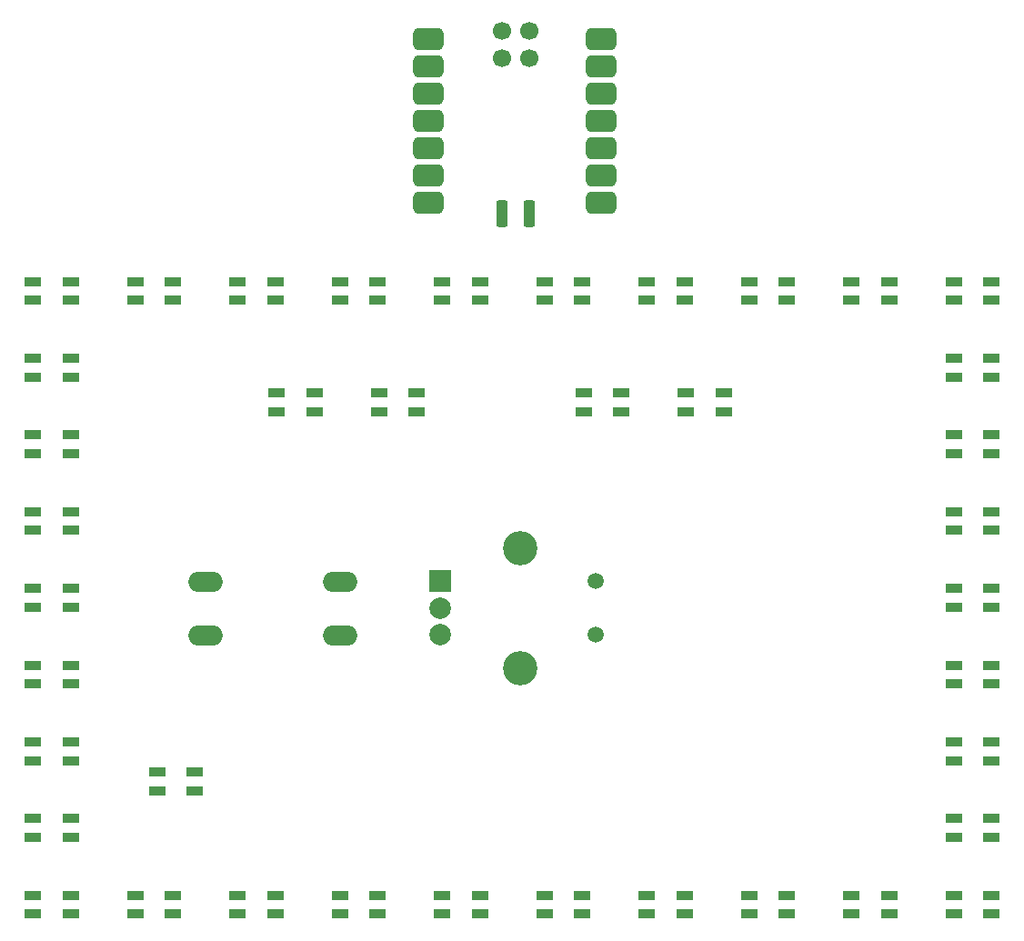
<source format=gbr>
%TF.GenerationSoftware,KiCad,Pcbnew,9.0.0*%
%TF.CreationDate,2025-04-05T15:43:17+05:30*%
%TF.ProjectId,PixelDoro,50697865-6c44-46f7-926f-2e6b69636164,rev?*%
%TF.SameCoordinates,Original*%
%TF.FileFunction,Soldermask,Top*%
%TF.FilePolarity,Negative*%
%FSLAX46Y46*%
G04 Gerber Fmt 4.6, Leading zero omitted, Abs format (unit mm)*
G04 Created by KiCad (PCBNEW 9.0.0) date 2025-04-05 15:43:17*
%MOMM*%
%LPD*%
G01*
G04 APERTURE LIST*
G04 Aperture macros list*
%AMRoundRect*
0 Rectangle with rounded corners*
0 $1 Rounding radius*
0 $2 $3 $4 $5 $6 $7 $8 $9 X,Y pos of 4 corners*
0 Add a 4 corners polygon primitive as box body*
4,1,4,$2,$3,$4,$5,$6,$7,$8,$9,$2,$3,0*
0 Add four circle primitives for the rounded corners*
1,1,$1+$1,$2,$3*
1,1,$1+$1,$4,$5*
1,1,$1+$1,$6,$7*
1,1,$1+$1,$8,$9*
0 Add four rect primitives between the rounded corners*
20,1,$1+$1,$2,$3,$4,$5,0*
20,1,$1+$1,$4,$5,$6,$7,0*
20,1,$1+$1,$6,$7,$8,$9,0*
20,1,$1+$1,$8,$9,$2,$3,0*%
G04 Aperture macros list end*
%ADD10R,1.600000X0.850000*%
%ADD11O,3.200000X1.900000*%
%ADD12RoundRect,0.525400X-0.900400X-0.525400X0.900400X-0.525400X0.900400X0.525400X-0.900400X0.525400X0*%
%ADD13RoundRect,0.275000X-0.275000X0.975000X-0.275000X-0.975000X0.275000X-0.975000X0.275000X0.975000X0*%
%ADD14C,1.700000*%
%ADD15C,1.500000*%
%ADD16R,2.000000X2.000000*%
%ADD17C,2.000000*%
%ADD18C,3.200000*%
G04 APERTURE END LIST*
D10*
%TO.C,D12*%
X188118750Y-79212500D03*
X188118750Y-80962500D03*
X191618750Y-80962500D03*
X191618750Y-79212500D03*
%TD*%
%TO.C,D19*%
X169068750Y-114931250D03*
X169068750Y-116681250D03*
X172568750Y-116681250D03*
X172568750Y-114931250D03*
%TD*%
%TO.C,D2*%
X121443750Y-57781250D03*
X121443750Y-59531250D03*
X124943750Y-59531250D03*
X124943750Y-57781250D03*
%TD*%
%TO.C,D14*%
X188118750Y-93500000D03*
X188118750Y-95250000D03*
X191618750Y-95250000D03*
X191618750Y-93500000D03*
%TD*%
%TO.C,D1*%
X111918750Y-57781250D03*
X111918750Y-59531250D03*
X115418750Y-59531250D03*
X115418750Y-57781250D03*
%TD*%
%TO.C,D15*%
X188118750Y-100643750D03*
X188118750Y-102393750D03*
X191618750Y-102393750D03*
X191618750Y-100643750D03*
%TD*%
%TO.C,D25*%
X111918750Y-114931250D03*
X111918750Y-116681250D03*
X115418750Y-116681250D03*
X115418750Y-114931250D03*
%TD*%
%TO.C,D11*%
X188118750Y-72068750D03*
X188118750Y-73818750D03*
X191618750Y-73818750D03*
X191618750Y-72068750D03*
%TD*%
%TO.C,D24*%
X121443750Y-114931250D03*
X121443750Y-116681250D03*
X124943750Y-116681250D03*
X124943750Y-114931250D03*
%TD*%
%TO.C,D34*%
X102393750Y-57781250D03*
X102393750Y-59531250D03*
X105893750Y-59531250D03*
X105893750Y-57781250D03*
%TD*%
%TO.C,D22*%
X140493750Y-114931250D03*
X140493750Y-116681250D03*
X143993750Y-116681250D03*
X143993750Y-114931250D03*
%TD*%
D11*
%TO.C,SW2*%
X118468750Y-85725000D03*
X130968750Y-85725000D03*
X118468750Y-90725000D03*
X130968750Y-90725000D03*
%TD*%
D10*
%TO.C,D13*%
X188118750Y-86356250D03*
X188118750Y-88106250D03*
X191618750Y-88106250D03*
X191618750Y-86356250D03*
%TD*%
%TO.C,D38*%
X163187500Y-68181250D03*
X163187500Y-69931250D03*
X166687500Y-69931250D03*
X166687500Y-68181250D03*
%TD*%
%TO.C,D32*%
X102393750Y-72068750D03*
X102393750Y-73818750D03*
X105893750Y-73818750D03*
X105893750Y-72068750D03*
%TD*%
%TO.C,D27*%
X102393750Y-107787500D03*
X102393750Y-109537500D03*
X105893750Y-109537500D03*
X105893750Y-107787500D03*
%TD*%
%TO.C,D5*%
X150018750Y-57781250D03*
X150018750Y-59531250D03*
X153518750Y-59531250D03*
X153518750Y-57781250D03*
%TD*%
%TO.C,D10*%
X188118750Y-64925000D03*
X188118750Y-66675000D03*
X191618750Y-66675000D03*
X191618750Y-64925000D03*
%TD*%
D12*
%TO.C,U1*%
X139161250Y-35242500D03*
X139161250Y-37782500D03*
X139161250Y-40322500D03*
X139161250Y-42862500D03*
X139161250Y-45402500D03*
X139161250Y-47942500D03*
X139161250Y-50482500D03*
X155326250Y-50482500D03*
X155326250Y-47942500D03*
X155326250Y-45402500D03*
X155326250Y-42862500D03*
X155326250Y-40322500D03*
X155326250Y-37782500D03*
X155326250Y-35242500D03*
D13*
X146073250Y-51502500D03*
X148613250Y-51502500D03*
D14*
X146073250Y-34484500D03*
X148613250Y-34484500D03*
X146073250Y-37024500D03*
X148613250Y-37024500D03*
%TD*%
D10*
%TO.C,D9*%
X188118750Y-57781250D03*
X188118750Y-59531250D03*
X191618750Y-59531250D03*
X191618750Y-57781250D03*
%TD*%
%TO.C,D30*%
X102393750Y-86356250D03*
X102393750Y-88106250D03*
X105893750Y-88106250D03*
X105893750Y-86356250D03*
%TD*%
D15*
%TO.C,SW1*%
X154781250Y-85687500D03*
X154781250Y-90687500D03*
D16*
X140281250Y-85687500D03*
D17*
X140281250Y-90687500D03*
X140281250Y-88187500D03*
D18*
X147781250Y-82587500D03*
X147781250Y-93787500D03*
%TD*%
D10*
%TO.C,D20*%
X159543750Y-114931250D03*
X159543750Y-116681250D03*
X163043750Y-116681250D03*
X163043750Y-114931250D03*
%TD*%
%TO.C,D37*%
X153662500Y-68181250D03*
X153662500Y-69931250D03*
X157162500Y-69931250D03*
X157162500Y-68181250D03*
%TD*%
%TO.C,STATUS LED*%
X113950000Y-103460000D03*
X113950000Y-105210000D03*
X117450000Y-105210000D03*
X117450000Y-103460000D03*
%TD*%
%TO.C,D16*%
X188118750Y-107787500D03*
X188118750Y-109537500D03*
X191618750Y-109537500D03*
X191618750Y-107787500D03*
%TD*%
%TO.C,D3*%
X130968750Y-57781250D03*
X130968750Y-59531250D03*
X134468750Y-59531250D03*
X134468750Y-57781250D03*
%TD*%
%TO.C,D21*%
X150018750Y-114931250D03*
X150018750Y-116681250D03*
X153518750Y-116681250D03*
X153518750Y-114931250D03*
%TD*%
%TO.C,D26*%
X102393750Y-114931250D03*
X102393750Y-116681250D03*
X105893750Y-116681250D03*
X105893750Y-114931250D03*
%TD*%
%TO.C,D33*%
X102393750Y-64925000D03*
X102393750Y-66675000D03*
X105893750Y-66675000D03*
X105893750Y-64925000D03*
%TD*%
%TO.C,D6*%
X159543750Y-57781250D03*
X159543750Y-59531250D03*
X163043750Y-59531250D03*
X163043750Y-57781250D03*
%TD*%
%TO.C,D35*%
X125087500Y-68181250D03*
X125087500Y-69931250D03*
X128587500Y-69931250D03*
X128587500Y-68181250D03*
%TD*%
%TO.C,D17*%
X188118750Y-114931250D03*
X188118750Y-116681250D03*
X191618750Y-116681250D03*
X191618750Y-114931250D03*
%TD*%
%TO.C,D36*%
X134612500Y-68181250D03*
X134612500Y-69931250D03*
X138112500Y-69931250D03*
X138112500Y-68181250D03*
%TD*%
%TO.C,D8*%
X178593750Y-57781250D03*
X178593750Y-59531250D03*
X182093750Y-59531250D03*
X182093750Y-57781250D03*
%TD*%
%TO.C,D7*%
X169068750Y-57781250D03*
X169068750Y-59531250D03*
X172568750Y-59531250D03*
X172568750Y-57781250D03*
%TD*%
%TO.C,D28*%
X102393750Y-100643750D03*
X102393750Y-102393750D03*
X105893750Y-102393750D03*
X105893750Y-100643750D03*
%TD*%
%TO.C,D31*%
X102393750Y-79212500D03*
X102393750Y-80962500D03*
X105893750Y-80962500D03*
X105893750Y-79212500D03*
%TD*%
%TO.C,D23*%
X130968750Y-114931250D03*
X130968750Y-116681250D03*
X134468750Y-116681250D03*
X134468750Y-114931250D03*
%TD*%
%TO.C,D29*%
X102393750Y-93500000D03*
X102393750Y-95250000D03*
X105893750Y-95250000D03*
X105893750Y-93500000D03*
%TD*%
%TO.C,D18*%
X178593750Y-114931250D03*
X178593750Y-116681250D03*
X182093750Y-116681250D03*
X182093750Y-114931250D03*
%TD*%
%TO.C,D4*%
X140493750Y-57781250D03*
X140493750Y-59531250D03*
X143993750Y-59531250D03*
X143993750Y-57781250D03*
%TD*%
M02*

</source>
